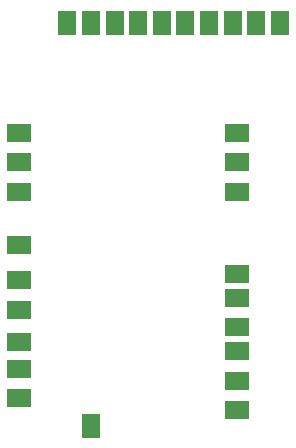
<source format=gts>
G04 (created by PCBNEW (2013-jul-07)-stable) date Mon 10 Oct 2016 08:48:14 PM CEST*
%MOIN*%
G04 Gerber Fmt 3.4, Leading zero omitted, Abs format*
%FSLAX34Y34*%
G01*
G70*
G90*
G04 APERTURE LIST*
%ADD10C,0.00590551*%
%ADD11R,0.0787402X0.0590551*%
%ADD12R,0.0590551X0.0787402*%
G04 APERTURE END LIST*
G54D10*
G54D11*
X34878Y-29917D03*
X34878Y-28932D03*
X34878Y-28046D03*
X34878Y-26964D03*
X34878Y-25980D03*
X34878Y-24798D03*
X34878Y-22042D03*
X34878Y-21058D03*
X34878Y-23027D03*
X42161Y-21058D03*
X42161Y-22042D03*
X42161Y-23027D03*
X42161Y-25783D03*
X42161Y-26570D03*
X42161Y-27554D03*
X42161Y-28342D03*
X42161Y-29326D03*
X42161Y-30310D03*
G54D12*
X43580Y-17400D03*
X42793Y-17400D03*
X42005Y-17400D03*
X41218Y-17400D03*
X40431Y-17400D03*
X39643Y-17400D03*
X38856Y-17400D03*
X38068Y-17400D03*
X37281Y-17400D03*
X36494Y-17400D03*
X37281Y-30825D03*
M02*

</source>
